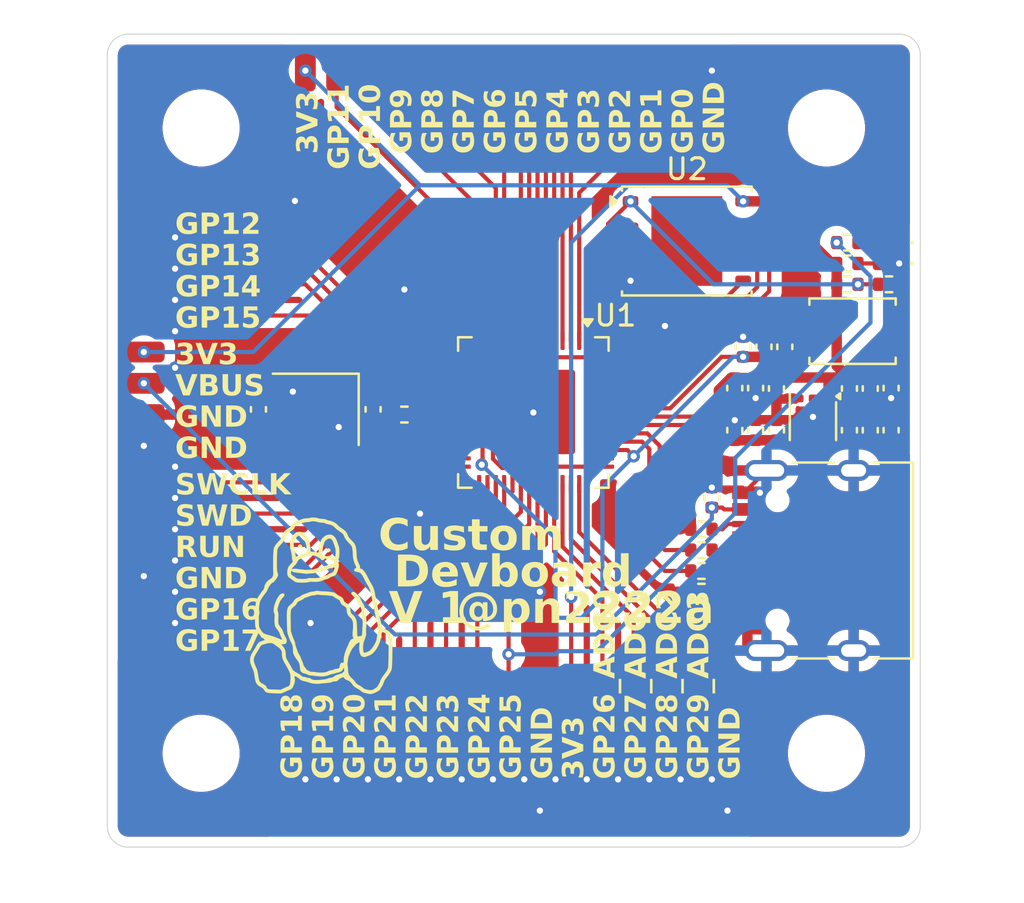
<source format=kicad_pcb>
(kicad_pcb (version 20241229) (generator "pcbnew") (generator_version "9.0")
  (layers (0 "F.Cu" signal) (2 "B.Cu" signal) (13 "F.Paste" user) (15 "B.Paste" user) (5 "F.SilkS" user "F.Silkscreen") (7 "B.SilkS" user "B.Silkscreen") (1 "F.Mask" user) (3 "B.Mask" user) (25 "Edge.Cuts" user))
  (net 0 "")
  (net 1 "GND")
  (net 2 "+3V3")
  (net 3 "+1V1")
  (net 4 "VBUS")
  (net 5 "XIN")
  (net 6 "Net-(C16-Pad2)")
  (net 7 "Net-(J1-CC1)")
  (net 8 "USB_D-")
  (net 9 "USB_D+")
  (net 10 "Net-(J1-CC2)")
  (net 11 "GPIO4")
  (net 12 "RUN")
  (net 13 "GPIO7")
  (net 14 "GPIO5")
  (net 15 "GPIO9")
  (net 16 "GPIO26_ADC0")
  (net 17 "GPIO6")
  (net 18 "GPIO3")
  (net 19 "GPIO2")
  (net 20 "GPIO28_ADC2")
  (net 21 "GPIO29_ADC3")
  (net 22 "GPIO8")
  (net 23 "GPIO0")
  (net 24 "GPIO1")
  (net 25 "GPIO27_ADC1")
  (net 26 "GPIO10")
  (net 27 "GPIO16")
  (net 28 "GPIO25")
  (net 29 "GPIO13")
  (net 30 "GPIO14")
  (net 31 "GPIO21")
  (net 32 "GPIO23")
  (net 33 "GPIO24")
  (net 34 "GPIO19")
  (net 35 "GPIO18")
  (net 36 "GPIO20")
  (net 37 "GPIO11")
  (net 38 "GPIO22")
  (net 39 "GPIO17")
  (net 40 "GPIO12")
  (net 41 "GPIO15")
  (net 42 "SWCLK")
  (net 43 "SWD")
  (net 44 "Net-(U1-USB_DP)")
  (net 45 "Net-(U1-USB_DM)")
  (net 46 "XOUT")
  (net 47 "Net-(R6-Pad1)")
  (net 48 "QSPI_SS")
  (net 49 "QSPI_SD2")
  (net 50 "QSPI_SD3")
  (net 51 "QSPI_SCLK")
  (net 52 "QSPI_SD0")
  (net 53 "QSPI_SD1")
  (net 54 "Net-(D1-A)")
  (net 58 "Net-(D2-A)")
  (footprint "Package_SON:WSON-8-1EP_6x5mm_P1.27mm_EP3.4x4.3mm" (layer "F.Cu") (at 73.55 55.675)
    (property "Reference" "U2")
    (property "Value" "W25Q128JVP")
  )
  (footprint "Capacitor_SMD:C_0402_1005Metric" (layer "F.Cu") (at 77.25 60.75 90)
    (property "Reference" "C11" (hide yes))
    (property "Value" "0.1uF")
  )
  (footprint "Connector_Wire:SolderWirePad_1x01_SMD_1x2mm" (layer "F.Cu") (at 47.5 67.25 -90)
    (property "Reference" "J42" (hide yes))
    (property "Value" "SWCLK")
  )
  (footprint "Connector_Wire:SolderWirePad_1x01_SMD_1x2mm" (layer "F.Cu") (at 63.5 83)
    (property "Reference" "J39" (hide yes))
    (property "Value" "Conn_01x01")
  )
  (footprint "Capacitor_SMD:C_0402_1005Metric" (layer "F.Cu") (at 74.75 67.98 90)
    (property "Reference" "C13" (hide yes))
    (property "Value" "10uF")
  )
  (footprint "Resistor_SMD:R_0402_1005Metric" (layer "F.Cu") (at 74.25 70.5 180)
    (property "Reference" "R3" (hide yes))
    (property "Value" "27")
  )
  (footprint "Resistor_SMD:R_0402_1005Metric" (layer "F.Cu") (at 74.25 71.5 180)
    (property "Reference" "R4" (hide yes))
    (property "Value" "27")
  )
  (footprint "Connector_Wire:SolderWirePad_1x01_SMD_1x2mm" (layer "F.Cu") (at 71.75 47.5 180)
    (property "Reference" "J13" (hide yes))
    (property "Value" "GPIO1")
  )
  (footprint "Connector_Wire:SolderWirePad_1x01_SMD_1x2mm" (layer "F.Cu") (at 67.25 47.5 180)
    (property "Reference" "J16" (hide yes))
    (property "Value" "GPIO4")
  )
  (footprint "Connector_Wire:SolderWirePad_1x01_SMD_1x2mm" (layer "F.Cu") (at 72.5 83)
    (property "Reference" "J9" (hide yes))
    (property "Value" "GPIO28_ADC2")
  )
  (footprint "Button_Switch_SMD:SW_Push_SPST_NO_Alps_SKRK" (layer "F.Cu") (at 81.5 60)
    (property "Reference" "SW1" (hide yes))
    (property "Value" "BOOT")
  )
  (footprint "MountingHole:MountingHole_3.2mm_M3" (layer "F.Cu") (at 50.25 80.25)
    (property "Reference" "REF**" (hide yes))
    (property "Value" "MountingHole_3.2mm_M3")
  )
  (footprint "Capacitor_SMD:C_0402_1005Metric" (layer "F.Cu") (at 77.85 62.75 -90)
    (property "Reference" "C1" (hide yes))
    (property "Value" "1uF")
  )
  (footprint "Connector_Wire:SolderWirePad_1x01_SMD_1x2mm" (layer "F.Cu") (at 68.75 47.5 180)
    (property "Reference" "J15" (hide yes))
    (property "Value" "GPIO3")
  )
  (footprint "Resistor_SMD:R_0402_1005Metric" (layer "F.Cu") (at 60 64)
    (property "Reference" "R5" (hide yes))
    (property "Value" "1K")
  )
  (footprint "Capacitor_SMD:C_0402_1005Metric" (layer "F.Cu") (at 76.25 60.75 90)
    (property "Reference" "C10" (hide yes))
    (property "Value" "1uF")
  )
  (footprint "Connector_Wire:SolderWirePad_1x01_SMD_1x2mm" (layer "F.Cu") (at 62 83)
    (property "Reference" "J38" (hide yes))
    (property "Value" "Conn_01x01")
  )
  (footprint "MountingHole:MountingHole_3.2mm_M3" (layer "F.Cu") (at 80.25 80.25)
    (property "Reference" "REF**" (hide yes))
    (property "Value" "MountingHole_3.2mm_M3")
  )
  (footprint "LED_SMD:LED_0402_1005Metric" (layer "F.Cu") (at 83.25 55.75 180)
    (property "Reference" "D2" (hide yes))
    (property "Value" "USR_LED")
  )
  (footprint "Connector_Wire:SolderWirePad_1x01_SMD_1x2mm" (layer "F.Cu") (at 47.5 56.25 -90)
    (property "Reference" "J26" (hide yes))
    (property "Value" "Conn_01x01")
  )
  (footprint "Connector_Wire:SolderWirePad_1x01_SMD_1x2mm" (layer "F.Cu") (at 74.75 47.5 180)
    (property "Reference" "J29" (hide yes))
    (property "Value" "Conn_01x01")
  )
  (footprint "Connector_Wire:SolderWirePad_1x01_SMD_1x2mm" (layer "F.Cu") (at 47.5 61 -90)
    (property "Reference" "J3" (hide yes))
    (property "Value" "3V3")
  )
  (footprint "Package_DFN_QFN:QFN-56-1EP_7x7mm_P0.4mm_EP3.2x3.2mm" (layer "F.Cu") (at 66.1875 63.9 -90)
    (property "Reference" "U1")
    (property "Value" "RP2040")
  )
  (footprint "Resistor_SMD:R_0402_1005Metric" (layer "F.Cu") (at 81.25 55.75)
    (property "Reference" "R9" (hide yes))
    (property "Value" "1K")
  )
  (footprint "Connector_Wire:SolderWirePad_1x01_SMD_1x2mm" (layer "F.Cu") (at 66.5 83)
    (property "Reference" "J35" (hide yes))
    (property "Value" "Conn_01x01")
  )
  (footprint "MountingHole:MountingHole_3.2mm_M3" (layer "F.Cu") (at 50.25 50.25)
    (property "Reference" "REF**" (hide yes))
    (property "Value" "MountingHole_3.2mm_M3")
  )
  (footprint "Resistor_SMD:R_0402_1005Metric" (layer "F.Cu") (at 83.25 57.75 180)
    (property "Reference" "R6" (hide yes))
    (property "Value" "1K")
  )
  (footprint "Capacitor_SMD:C_0402_1005Metric" (layer "F.Cu") (at 78.25 60.75 90)
    (property "Reference" "C12" (hide yes))
    (property "Value" "0.1uF")
  )
  (footprint "Capacitor_SMD:C_0402_1005Metric" (layer "F.Cu") (at 83.35 64.75 90)
    (property "Reference" "C2" (hide yes))
    (property "Value" "0.1uF")
  )
  (footprint "Connector_Wire:SolderWirePad_1x01_SMD_1x2mm" (layer "F.Cu") (at 56 83)
    (property "Reference" "J33" (hide yes))
    (property "Value" "Conn_01x01")
  )
  (footprint "LED_SMD:LED_0402_1005Metric" (layer "F.Cu") (at 83.25 56.75 180)
    (property "Reference" "D1" (hide yes))
    (property "Value" "PWR_LED")
  )
  (footprint "Capacitor_SMD:C_0402_1005Metric" (layer "F.Cu") (at 82.35 64.75 90)
    (property "Reference" "C8" (hide yes))
    (property "Value" "0.1uF")
  )
  (footprint "Connector_Wire:SolderWirePad_1x01_SMD_1x2mm" (layer "F.Cu") (at 64.25 47.5 180)
    (property "Reference" "J18" (hide yes))
    (property "Value" "GPIO6")
  )
  (footprint "Connector_Wire:SolderWirePad_1x01_SMD_1x2mm" (layer "F.Cu") (at 47.5 71.75 -90)
    (property "Reference" "J11" (hide yes))
    (property "Value" "GND")
  )
  (footprint "Resistor_SMD:R_0402_1005Metric" (layer "F.Cu") (at 74.25 72.5 180)
    (property "Reference" "R1" (hide yes))
    (property "Value" "5.1K")
  )
  (footprint "Resistor_SMD:R_0402_1005Metric" (layer "F.Cu") (at 81.25 56.75)
    (property "Reference" "R8" (hide yes))
    (property "Value" "1K")
  )
  (footprint "Connector_Wire:SolderWirePad_1x01_SMD_1x2mm" (layer "F.Cu") (at 47.5 59.25 -90)
    (property "Reference" "J28" (hide yes))
    (property "Value" "Conn_01x01")
  )
  (footprint "Connector_Wire:SolderWirePad_1x01_SMD_1x2mm" (layer "F.Cu") (at 55.25 47.5 180)
    (property "Reference" "J41" (hide yes))
    (property "Value" "Conn_01x01")
  )
  (footprint "Connector_Wire:SolderWirePad_1x01_SMD_1x2mm" (layer "F.Cu") (at 47.5 64 -90)
    (property "Reference" "J5" (hide yes))
    (property "Value" "GND")
  )
  (footprint "Connector_Wire:SolderWirePad_1x01_SMD_1x2mm" (layer "F.Cu") (at 73.25 47.5 180)
    (property "Reference" "J12" (hide yes))
    (property "Value" "GPIO0")
  )
  (footprint "MountingHole:MountingHole_3.2mm_M3" (layer "F.Cu") (at 80.25 50.25)
    (property "Reference" "REF**" (hide yes))
    (property "Value" "MountingHole_3.2mm_M3")
  )
  (footprint "Connector_Wire:SolderWirePad_1x01_SMD_1x2mm" (layer "F.Cu") (at 58.25 47.5 180)
    (property "Reference" "J23" (hide yes))
    (property "Value" "Conn_01x01")
  )
  (footprint "Connector_Wire:SolderWirePad_1x01_SMD_1x2mm" (layer "F.Cu") (at 47.5 57.75 -90)
    (property "Reference" "J27" (hide yes))
    (property "Value" "Conn_01x01")
  )
  (footprint "customimages:linuxpenguin" (layer "F.Cu") (at 55.75 73.5)
    (property "Reference" "G***" (hide yes))
    (property "Value" "LOGO" (hide yes))
  )
  (footprint "Package_SON:WSON-6-1EP_2x2mm_P0.65mm_EP1x1.6mm" (layer "F.Cu") (at 79.6 64.1125 -90)
    (property "Reference" "U3" (hide yes))
    (property "Value" "TLV75733PDRV")
  )
  (footprint "Connector_Wire:SolderWirePad_1x01_SMD_1x2mm" (layer "F.Cu") (at 74 83)
    (property "Reference" "J10" (hide yes))
    (property "Value" "GPIO29_ADC3")
  )
  (footprint "Connector_Wire:SolderWirePad_1x01_SMD_1x2mm" (layer "F.Cu") (at 57.5 83)
    (property "Reference" "J34" (hide yes))
    (property "Value" "Conn_01x01")
  )
  (footprint "Capacitor_SMD:C_0402_1005Metric" (layer "F.Cu") (at 81.35 64.75 90)
    (property "Reference" "C9" (hide yes))
    (property "Value" "0.1uF")
  )
  (footprint "Connector_Wire:SolderWirePad_1x01_SMD_1x2mm" (layer "F.Cu") (at 65 83)
    (property "Reference" "J40" (hide yes))
    (property "Value" "Conn_01x01")
  )
  (footprint "Capacitor_SMD:C_0402_1005Metric" (layer "F.Cu") (at 75.85 62.73 -90)
    (property "Reference" "C5" (hide yes))
    (property "Value" "0.1uF")
  )
  (footprint "Connector_USB:USB_C_Receptacle_HRO_TYPE-C-31-M-12" (layer "F.Cu") (at 80.5 71 90)
    (property "Reference" "J1" (hide yes))
    (property "Value" "USB_C_Receptacle_USB2.0_14P")
  )
  (footprint "Connector_Wire:SolderWirePad_1x01_SMD_1x2mm" (layer "F.Cu") (at 47.5 73.25 -90)
    (property "Reference" "J30" (hide yes))
    (property "Value" "Conn_01x01")
  )
  (footprint "Capacitor_SMD:C_0402_1005Metric" (layer "F.Cu") (at 77.85 64.75 90)
    (property "Reference" "C17" (hide yes))
    (property "Value" "0.1uF")
  )
  (footprint "Capacitor_SMD:C_0402_1005Metric" (layer "F.Cu") (at 58.5 63.75 90)
    (property "Reference" "C16" (hide yes))
    (property "Value" "33pF")
  )
  (footprint "Connector_Wire:SolderWirePad_1x01_SMD_1x2mm" (layer "F.Cu") (at 65.75 47.5 180)
    (property "Reference" "J17" (hide yes))
    (property "Value" "GPIO5")
  )
  (footprint "Capacitor_SMD:C_0402_1005Metric" (layer "F.Cu") (at 76.85 62.73 -90)
    (property "Reference" "C4" (hide yes))
    (property "Value" "0.1uF")
  )
  (footprint "Connector_Wire:SolderWirePad_1x01_SMD_1x2mm" (layer "F.Cu") (at 68 83)
    (property "Reference" "J22" (hide yes))
    (property "Value" "Conn_01x01")
  )
  (footprint "Connector_Wire:SolderWirePad_1x01_SMD_1x2mm" (layer "F.Cu") (at 59 83)
    (property "Reference" "J36" (hide yes))
    (property "Value" "Conn_01x01")
  )
  (footprint "Connector_Wire:SolderWirePad_1x01_SMD_1x2mm" (layer "F.Cu") (at 60.5 83)
    (property "Reference" "J37" (hide yes))
    (property "Value" "Conn_01x01")
  )
  (footprint "Connector_Wire:SolderWirePad_1x01_SMD_1x2mm" (layer "F.Cu") (at 69.5 83)
    (property "Reference" "J7" (hide yes))
    (property "Value" "GPIO26_ADC0")
  )
  (footprint "Connector_Wire:SolderWirePad_1x01_SMD_1x2mm" (layer "F.Cu") (at 47.5 70.25 -90)
    (property "Reference" "J2" (hide yes))
    (property "Value" "RUN")
  )
  (footprint "Connector_Wire:SolderWirePad_1x01_SMD_1x2mm" (layer "F.Cu") (at 47.5 65.5 -90)
    (property "Reference" "J6" (hide yes))
    (property "Value" "GND")
  )
  (footprint "Connector_Wire:SolderWirePad_1x01_SMD_1x2mm" (layer "F.Cu") (at 71 83)
    (property "Reference" "J8" (hide yes))
    (property "Value" "GPIO27_ADC1")
  )
  (footprint "Resistor_SMD:R_0402_1005Metric" (layer "F.Cu") (at 74.25 69.5)
    (property "Reference" "R2" (hide yes))
    (property "Value" "5.1K")
  )
  (footprint "Capacitor_SMD:C_0402_1005Metric" (layer "F.Cu") (at 75.85 64.75 90)
    (property "Reference" "C14" (hide yes))
    (property "Value" "1uF")
  )
  (footprint "Crystal:Crystal_SMD_3225-4Pin_3.2x2.5mm" (layer "F.Cu") (at 55.75 63.75 180)
    (property "Reference" "Y1" (hide yes))
    (property "Value" "12 MHz")
  )
  (footprint "Resistor_SMD:R_0402_1005Metric" (layer "F.Cu") (at 81.25 57.75 180)
    (property "Reference" "R7" (hide yes))
    (property "Value" "10K")
  )
  (footprint "Connector_Wire:SolderWirePad_1x01_SMD_1x2mm" (layer "F.Cu") (at 47.5 74.75 -90)
    (property "Reference" "J31" (hide yes))
    (property "Value" "Conn_01x01")
  )
  (footprint "Connector_Wire:SolderWirePad_1x01_SMD_1x2mm" (layer "F.Cu") (at 70.25 47.5 180)
    (property "Reference" "J14" (hide yes))
    (property "Value" "GPIO2")
  )
  (footprint "Connector_Wire:SolderWirePad_1x01_SMD_1x2mm" (layer "F.Cu") (at 75.5 83)
    (property "Reference" "J43" (hide yes))
    (property "Value" "GND")
  )
  (footprint "Connector_Wire:SolderWirePad_1x01_SMD_1x2mm" (layer "F.Cu") (at 61.25 47.5 180)
    (property "Reference" "J20" (hide yes))
    (property "Value" "GPIO8")
  )
  (footprint "Connector_Wire:SolderWirePad_1x01_SMD_1x2mm" (layer "F.Cu") (at 47.5 62.5 -90)
    (property "Reference" "J4" (hide yes))
    (property "Value" "VBUS")
  )
  (footprint "Capacitor_SMD:C_0402_1005Metric" (layer "F.Cu") (at 82.35 62.75 -90)
    (property "Reference" "C3" (hide yes))
    (property "Value" "0.1uF")
  )
  (footprint "Capacitor_SMD:C_0402_1005Metric" (layer "F.Cu") (at 76.85 64.75 90)
    (property "Reference" "C18" (hide yes))
    (property "Value" "10uF")
  )
  (footprint "Connector_Wire:SolderWirePad_1x01_SMD_1x2mm" (layer "F.Cu") (at 56.75 47.5 180)
    (property "Reference" "J24" (hide yes))
    (property "Value" "Conn_01x01")
  )
  (footprint "Connector_Wire:SolderWirePad_1x01_SMD_1x2mm" (layer "F.Cu") (at 47.5 68.75 -90)
    (property "Reference" "J44" (hide yes))
    (property "Value" "SWD")
  )
  (footprint "Connector_Wire:SolderWirePad_1x01_SMD_1x2mm" (layer "F.Cu") (at 62.75 47.5 180)
    (property "Reference" "J19" (hide yes))
    (property "Value" "GPIO7")
  )
  (footprint "Capacitor_SMD:C_0402_1005Metric" (layer "F.Cu") (at 53 63.75 -90)
    (property "Reference" "C15" (hide yes))
    (property "Value" "33pF")
  )
  (footprint "Connector_Wire:SolderWirePad_1x01_SMD_1x2mm" (layer "F.Cu") (at 47.5 54.75 -90)
    (property "Reference" "J25" (hide yes))
    (property "Value" "Conn_01x01")
  )
  (footprint "Capacitor_SMD:C_0402_1005Metric" (layer "F.Cu") (at 81.35 62.75 -90)
    (property "Reference" "C6" (hide yes))
    (property "Value" "0.1uF")
  )
  (footprint "Capacitor_SMD:C_0402_1005Metric" (layer "F.Cu") (at 83.35 62.73 -90)
    (property "Reference" "C7" (hide yes))
    (property "Value" "0.1uF")
  )
  (footprint "Connector_Wire:SolderWirePad_1x01_SMD_1x2mm" (layer "F.Cu") (at 59.75 47.5 180)
    (property "Reference" "J21" (hide yes))
    (property "Value" "GPIO9")
  )
  (footprint "Connector_Wire:SolderWirePad_1x01_SMD_1x2mm" (layer "F.Cu") (at 54.5 83)
    (property "Reference" "J32" (hide yes))
    (property "Value" "Conn_01x01")
  )
  (gr_arc (start 84.75 83.75) (mid 84.457107 84.457107) (end 83.75 84.75) (stroke (width 0.05)) (layer "Edge.Cuts"))
  (gr_line (start 84.75 46.75) (end 84.75 83.75) (stroke (width 0.05)) (layer "Edge.Cuts"))
  (gr_line (start 46.75 45.75) (end 83.75 45.75) (stroke (width 0.05)) (layer "Edge.Cuts"))
  (gr_arc (start 45.75 46.75) (mid 46.042893 46.042893) (end 46.75 45.75) (stroke (width 0.05)) (layer "Edge.Cuts"))
  (gr_arc (start 83.75 45.75) (mid 84.457107 46.042893) (end 84.75 46.75) (stroke (width 0.05)) (layer "Edge.Cuts"))
  (gr_line (start 83.75 84.75) (end 46.75 84.75) (stroke (width 0.05)) (layer "Edge.Cuts"))
  (gr_line (start 45.75 83.75) (end 45.75 46.75) (stroke (width 0.05)) (layer "Edge.Cuts"))
  (gr_arc (start 46.75 84.75) (mid 46.042893 84.457107) (end 45.75 83.75) (stroke (width 0.05)) (layer "Edge.Cuts"))
  (gr_text "GP1" (at 72.5 51.5 90) (layer "F.SilkS") (effects (font (size 1 1) (thickness 0.2) (bold yes)) (justify left bottom)))
  (gr_text "GP5" (at 66.5 51.5 90) (layer "F.SilkS") (effects (font (size 1 1) (thickness 0.2) (bold yes)) (justify left bottom)))
  (gr_text "3V3" (at 56 51.5 90) (layer "F.SilkS") (effects (font (size 1 1) (thickness 0.2) (bold yes)) (justify left bottom)))
  (gr_text "VBUS" (at 49 63.25 0) (layer "F.SilkS") (effects (font (size 1 1) (thickness 0.2) (bold yes)) (justify left bottom)))
  (gr_text "GP23" (at 62.75 81.5 90) (layer "F.SilkS") (effects (font (size 1 1) (thickness 0.2) (bold yes)) (justify left bottom)))
  (gr_text "GP6" (at 65 51.5 90) (layer "F.SilkS") (effects (font (size 1 1) (thickness 0.2) (bold yes)) (justify left bottom)))
  (gr_text "GND" (at 76.25 81.5 90) (layer "F.SilkS") (effects (font (size 1 1) (thickness 0.2) (bold yes)) (justify left bottom)))
  (gr_text "GP8" (at 62 51.5 90) (layer "F.SilkS") (effects (font (size 1 1) (thickness 0.2) (bold yes)) (justify left bottom)))
  (gr_text "3V3" (at 49 61.75 0) (layer "F.SilkS") (effects (font (size 1 1) (thickness 0.2) (bold yes)) (justify left bottom)))
  (gr_text "GP12" (at 49 55.5 0) (layer "F.SilkS") (effects (font (size 1 1) (thickness 0.2) (bold yes)) (justify left bottom)))
  (gr_text "GP26_ADC0" (at 70.25 81.5 90) (layer "F.SilkS") (effects (font (size 1 1) (thickness 0.2) (bold yes)) (justify left bottom)))
  (gr_text "GP15" (at 49 60 0) (layer "F.SilkS") (effects (font (size 1 1) (thickness 0.2) (bold yes)) (justify left bottom)))
  (gr_text "GND" (at 49 64.75 0) (layer "F.SilkS") (effects (font (size 1 1) (thickness 0.2) (bold yes)) (justify left bottom)))
  (gr_text "GP29_ADC3" (at 74.75 81.5 90) (layer "F.SilkS") (effects (font (size 1 1) (thickness 0.2) (bold yes)) (justify left bottom)))
  (gr_text "GP22" (at 61.25 81.5 90) (layer "F.SilkS") (effects (font (size 1 1) (thickness 0.2) (bold yes)) (justify left bottom)))
  (gr_text "GP28_ADC2" (at 73.25 81.5 90) (layer "F.SilkS") (effects (font (size 1 1) (thickness 0.2) (bold yes)) (justify left bottom)))
  (gr_text "GP13" (at 49 57 0) (layer "F.SilkS") (effects (font (size 1 1) (thickness 0.2) (bold yes)) (justify left bottom)))
  (gr_text "GP7" (at 63.5 51.5 90) (layer "F.SilkS") (effects (font (size 1 1) (thickness 0.2) (bold yes)) (justify left bottom)))
  (gr_text "GP19" (at 56.75 81.5 90) (layer "F.SilkS") (effects (font (size 1 1) (thickness 0.2) (bold yes)) (justify left bottom)))
  (gr_text "GP4" (at 68 51.5 90) (layer "F.SilkS") (effects (font (size 1 1) (thickness 0.2) (bold yes)) (justify left bottom)))
  (gr_text "SWD" (at 49 69.5 0) (layer "F.SilkS") (effects (font (size 1 1) (thickness 0.2) (bold yes)) (justify left bottom)))
  (gr_text "GND" (at 49 72.5 0) (layer "F.SilkS") (effects (font (size 1 1) (thickness 0.2) (bold yes)) (justify left bottom)))
  (gr_text "GND" (at 75.5 51.5 90) (layer "F.SilkS") (effects (font (size 1 1) (thickness 0.2) (bold yes)) (justify left bottom)))
  (gr_text "GP25" (at 65.75 81.5 90) (layer "F.SilkS") (effects (font (size 1 1) (thickness 0.2) (bold yes)) (justify left bottom)))
  (gr_text "RUN" (at 49 71 0) (layer "F.SilkS") (effects (font (size 1 1) (thickness 0.2) (bold yes)) (justify left bottom)))
  (gr_text "3V3" (at 68.75 81.5 90) (layer "F.SilkS") (effects (font (size 1 1) (thickness 0.2) (bold yes)) (justify left bottom)))
  (gr_text "GP18" (at 55.25 81.5 90) (layer "F.SilkS") (effects (font (size 1 1) (thickness 0.2) (bold yes)) (justify left bottom)))
  (gr_text "SWCLK" (at 49 68 0) (layer "F.SilkS") (effects (font (size 1 1) (thickness 0.2) (bold yes)) (justify left bottom)))
  (gr_text "@pn2222a" (at 62.5 74.25 0) (layer "F.SilkS") (effects (font (size 1.5 1.5) (thickness 0.3) (bold yes)) (justify left bottom)))
  (gr_text "GP27_ADC1" (at 71.75 81.5 90) (layer "F.SilkS") (effects (font (size 1 1) (thickness 0.2) (bold yes)) (justify left bottom)))
  (gr_text "GP24" (at 64.25 81.5 90) (layer "F.SilkS") (effects (font (size 1 1) (thickness 0.2) (bold yes)) (justify left bottom)))
  (gr_text "GND" (at 67.25 81.5 90) (layer "F.SilkS") (effects (font (size 1 1) (thickness 0.2) (bold yes)) (justify left bottom)))
  (gr_text "GP16" (at 49 74 0) (layer "F.SilkS") (effects (font (size 1 1) (thickness 0.2) (bold yes)) (justify left bottom)))
  (gr_text "GP17" (at 49 75.5 0) (layer "F.SilkS") (effects (font (size 1 1) (thickness 0.2) (bold yes)) (justify left bottom)))
  (gr_text "GP3" (at 69.5 51.5 90) (layer "F.SilkS") (effects (font (size 1 1) (thickness 0.2) (bold yes)) (justify left bottom)))
  (gr_text "GP21" (at 59.75 81.5 90) (layer "F.SilkS") (effects (font (size 1 1) (thickness 0.2) (bold yes)) (justify left bottom)))
  (gr_text "GP20" (at 58.25 81.5 90) (layer "F.SilkS") (effects (font (size 1 1) (thickness 0.2) (bold yes)) (justify left bottom)))
  (gr_text "Custom" (at 58.75 70.75 0) (layer "F.SilkS") (effects (font (size 1.5 1.5) (thickness 0.2) (bold yes)) (justify left bottom)))
  (gr_text "GP11" (at 57.5 52.25 90) (layer "F.SilkS") (effects (font (size 1 1) (thickness 0.2) (bold yes)) (justify left bottom)))
  (gr_text "GP2" (at 71 51.5 90) (layer "F.SilkS") (effects (font (size 1 1) (thickness 0.2) (bold yes)) (justify left bottom)))
  (gr_text "V 1" (at 59.25 74.25 0) (layer "F.SilkS") (effects (font (size 1.5 1.5) (thickness 0.3) (bold yes)) (justify left bottom)))
  (gr_text "GP9" (at 60.5 51.5 90) (layer "F.SilkS") (effects (font (size 1 1) (thickness 0.2) (bold yes)) (justify left bottom)))
  (gr_text "GP14" (at 49 58.5 0) (layer "F.SilkS") (effects (font (size 1 1) (thickness 0.2) (bold yes)) (justify left bottom)))
  (gr_text "GP10" (at 59 52.25 90) (layer "F.SilkS") (effects (font (size 1 1) (thickness 0.2) (bold yes)) (justify left bottom)))
  (gr_text "GP0" (at 74 51.5 90) (layer "F.SilkS") (effects (font (size 1 1) (thickness 0.2) (bold yes)) (justify left bottom)))
  (gr_text "Devboard" (at 59.5 72.5 0) (layer "F.SilkS") (effects (font (size 1.5 1.5) (thickness 0.2) (bold yes)) (justify left bottom)))
  (gr_text "GND" (at 49 66.25 0) (layer "F.SilkS") (effects (font (size 1 1) (thickness 0.2) (bold yes)) (justify left bottom)))
  (segment (start 79.4 60) (end 78.52 60) (width 0.2) (layer "F.Cu") (net 1))
  (segment (start 78.52 60) (end 78.25 60.27) (width 0.2) (layer "F.Cu") (net 1))
  (segment (start 79.4 60) (end 79.4 58.65) (width 0.2) (layer "F.Cu") (net 1))
  (segment (start 73.74 67.26) (end 73.74 69.5) (width 0.2) (layer "F.Cu") (net 1))
  (segment (start 74.75 67.5) (end 76.205 67.5) (width 0.2) (layer "F.Cu") (net 1))
  (segment (start 79.4 58.65) (end 79.25 58.5) (width 0.2) (layer "F.Cu") (net 1))
  (segment (start 77.3 66.75) (end 74.25 66.75) (width 0.2) (layer "F.Cu") (net 1))
  (segment (start 77.25 59.5) (end 77.25 60.27) (width 0.2) (layer "F.Cu") (net 1))
  (segment (start 76.455 67.595) (end 77.37 66.68) (width 0.2) (layer "F.Cu") (net 1))
  (segment (start 79.25 58.5) (end 78.25 58.5) (width 0.2) (layer "F.Cu") (net 1))
  (segment (start 76.455 67.75) (end 76.455 67.595) (width 0.2) (layer "F.Cu") (net 1))
  (segment (start 58.13 64.6) (end 58.5 64.23) (width 0.2) (layer "F.Cu") (net 1))
  (segment (start 65.1875 62.9) (end 66.1875 63.9) (width 0.2) (layer "F.Cu") (net 1))
  (segment (start 62.75 62.9) (end 65.1875 62.9) (width 0.2) (layer "F.Cu") (net 1))
  (segment (start 77.37 66.68) (end 77.3 66.75) (width 0.2) (layer "F.Cu") (net 1))
  (segment (start 76.205 67.5) (end 76.455 67.75) (width 0.2) (layer "F.Cu") (net 1))
  (segment (start 74.25 66.75) (end 73.74 67.26) (width 0.2) (layer "F.Cu") (net 1))
  (segment (start 78.25 58.5) (end 77.25 59.5) (width 0.2) (layer "F.Cu") (net 1))
  (segment (start 56.85 64.6) (end 58.13 64.6) (width 0.2) (layer "F.Cu") (net 1))
  (via (at 70.85 57.58) (size 0.6) (drill 0.3) (layers "F.Cu" "B.Cu") (net 1))
  (via (at 64.25 81.5) (size 0.6) (drill 0.3) (layers "F.Cu" "B.Cu") (net 1))
  (via (at 74.75 47.5) (size 0.6) (drill 0.3) (layers "F.Cu" "B.Cu") (net 1))
  (via (at 67.25 81.5) (size 0.6) (drill 0.3) (layers "F.Cu" "B.Cu") (net 1))
  (via (at 49 61.75) (size 0.6) (drill 0.3) (layers "F.Cu" "B.Cu") (net 1))
  (via (at 47.5 65.5) (size 0.6) (drill 0.3) (layers "F.Cu" "B.Cu") (net 1))
  (via (at 47.5 71.75) (size 0.6) (drill 0.3) (layers "F.Cu" "B.Cu") (net 1))
  (via (at 49 72.5) (size 0.6) (drill 0.3) (layers "F.Cu" "B.Cu") (net 1))
  (via (at 66.5 72.5) (size 0.6) (drill 0.3) (layers "F.Cu" "B.Cu") (net 1))
  (via (at 61.25 81.5) (size 0.6) (drill 0.3) (layers "F.Cu" "B.Cu") (net 1))
  (via (at 60.75 68.75) (size 0.6) (drill 0.3) (layers "F.Cu" "B.Cu") (net 1))
  (via (at 49 57) (size 0.6) (drill 0.3) (layers "F.Cu" "B.Cu") (net 1))
  (via (at 73.25 81.5) (size 0.6) (drill 0.3) (layers "F.Cu" "B.Cu") (net 1))
  (via (at 72.5 59.75) (size 0.6) (drill 0.3) (layers "F.Cu" "B.Cu") (net 1))
  (via (at 74.75 81.5) (size 0.6) (drill 0.3) (layers "F.Cu" "B.Cu") (net 1))
  (via (at 54.65 62.9) (size 0.6) (drill 0.3) (layers "F.Cu" "B.Cu") (net 1))
  (via (at 71.75 81.5) (size 0.6) (drill 0.3) (layers "F.Cu" "B.Cu") (net 1))
  (via (at 77.055 67.75) (size 0.6) (drill 0.3) (layers "F.Cu" "B.Cu") (net 1))
  (via (at 55.5 74) (size 0.6) (drill 0.3) (layers "F.Cu" "B.Cu") (net 1))
  (via (at 49 71) (size 0.6) (drill 0.3) (layers "F.Cu" "B.Cu") (net 1))
  (via (at 49 58.5) (size 0.6) (drill 0.3) (layers "F.Cu" "B.Cu") (net 1))
  (via (at 49 60) (size 0.6) (drill 0.3) (layers "F.Cu" "B.Cu") (net 1))
  (via (at 74.75 67.5) (size 0.6) (drill 0.3) (layers "F.Cu" "B.Cu") (net 1))
  (via (at 54.75 53.75) (size 0.6) (drill 0.3) (layers "F.Cu" "B.Cu") (net 1))
  (via (at 83.35 63.21) (size 0.6) (drill 0.3) (layers "F.Cu" "B.Cu") (net 1))
  (via (at 66.1875 63.9) (size 0.6) (drill 0.3) (layers "F.Cu" "B.Cu") (net 1))
  (via (at 49 74) (size 0.6) (drill 0.3) (layers "F.Cu" "B.Cu") (net 1))
  (via (at 83.735 56.75) (size 0.6) (drill 0.3) (layers "F.Cu" "B.Cu") (net 1))
  (via (at 79.6 64.1125) (size 0.6) (drill 0.3) (layers "F.Cu" "B.Cu") (net 1))
  (via (at 65.75 81.5) (size 0.6) (drill 0.3) (layers "F.Cu" "B.Cu") (net 1))
  (via (at 55.25 81.5) (size 0.6) (drill 0.3) (layers "F.Cu" "B.Cu") (net 1))
  (via (at 68.75 81.5) (size 0.6) (drill 0.3) (layers "F.Cu" "B.Cu") (net 1))
  (via (at 49 55.5) (size 0.6) (drill 0.3) (layers "F.Cu" "B.Cu") (net 1))
  (via (at 56.85 64.6) (size 0.6) (drill 0.3) (layers "F.Cu" "B.Cu") (net 1))
  (via (at 49 69.5) (size 0.6) (drill 0.3) (layers "F.Cu" "B.Cu") (net 1))
  (via (at 70.25 81.5) (size 0.6) (drill 0.3) (layers "F.Cu" "B.Cu") (net 1))
  (via (at 75.5 83) (size 0.6) (drill 0.3) (layers "F.Cu" "B.Cu") (net 1))
  (via (at 66.5 83) (size 0.6) (drill 0.3) (layers "F.Cu" "B.Cu") (net 1))
  (via (at 56.75 81.5) (size 0.6) (drill 0.3) (layers "F.Cu" "B.Cu") (net 1))
  (via (at 76.25 60.27) (size 0.6) (drill 0.3) (layers "F.Cu" "B.Cu") (net 1))
  (via (at 75.85 64.27) (size 0.6) (drill 0.3) (layers "F.Cu" "B.Cu") (net 1))
  (via (at 76.85 63.21) (size 0.6) (drill 0.3) (layers "F.Cu" "B.Cu") (net 1))
  (via (at 60 58) (size 0.6) (drill 0.3) (layers "F.Cu" "B.Cu") (net 1))
  (via (at 59.75 81.5) (size 0.6) (drill 0.3) (layers "F.Cu" "B.Cu") (net 1))
  (via (at 62.75 81.5) (size 0.6) (drill 0.3) (layers "F.Cu" "B.Cu") (net 1))
  (via (at 49 66.5) (size 0.6) (drill 0.3) (layers "F.Cu" "B.Cu") (net 1))
  (via (at 49 68) (size 0.6) (drill 0.3) (layers "F.Cu" "B.Cu") (net 1))
  (via (at 58.25 81.5) (size 0.6) (drill 0.3) (layers "F.Cu" "B.Cu") (net 1))
  (segment (start 75.5 83) (end 74.899 83.601) (width 0.2) (layer "B.Cu") (net 1))
  (segment (start 74.899 83.601) (end 67.101 83.601) (width 0.2) (layer "B.Cu") (net 1))
  (segment (start 67.101 83.601) (end 66.5 83) (width 0.2) (layer "B.Cu") (net 1))
  (segment (start 69 64.5) (end 68.7875 64.2875) (width 0.2) (layer "F.Cu") (net 2))
  (segment (start 75.85 65.23) (end 75.540001 65.23) (width 0.5) (layer "F.Cu") (net 2))
  (segment (start 65.375 61.25) (end 68.7875 61.25) (width 0.2) (layer "F.Cu") (net 2))
  (segment (start 80.25 63.225) (end 80.25 62.224) (width 0.3) (layer "F.Cu") (net 2))
  (segment (start 65.1875 60.4625) (end 65.1875 61.0625) (width 0.2) (layer "F.Cu") (net 2))
  (segment (start 75.089 62.821318) (end 75.660318 62.25) (width 0.5) (layer "F.Cu") (net 2))
  (segment (start 81.35 62.27) (end 83.33 62.27) (width 0.5) (layer "F.Cu") (net 2))
  (segment (start 68.926 64.101) (end 69.625 64.101) (width 0.2) (layer "F.Cu") (net 2))
  (segment (start 62.75 64.1) (end 63.85 64.1) (width 0.2) (layer "F.Cu") (net 2))
  (segment (start 63.85 64.1) (end 64.25 64.5) (width 0.2) (layer "F.Cu") (net 2))
  (segment (start 80.74 57.75) (end 80.74 61.66) (width 0.5) (layer "F.Cu") (net 2))
  (segment (start 75.85 65.23) (end 77.85 65.23) (width 0.5) (layer "F.Cu") (net 2))
  (segment (start 74.810001 64.5) (end 75.089 64.778999) (width 0.2) (layer "F.Cu") (net 2))
  (segment (start 83.98 65.23) (end 83.35 65.23) (width 0.2) (layer "F.Cu") (net 2))
  (segment (start 84 65.21) (end 83.98 65.23) (width 0.2) (layer "F.Cu") (net 2))
  (segment (start 68.7875 64.2875) (end 68.7875 63.9625) (width 0.2) (layer "F.Cu") (net 2))
  (segment (start 80.74 56.75) (end 80.5 56.75) (width 0.2) (layer "F.Cu") (net 2))
  (segment (start 80.74 57.75) (end 80.74 56.75) (width 0.5) (layer "F.Cu") (net 2))
  (segment (start 77.83 62.25) (end 77.85 62.27) (width 0.5) (layer "F.Cu") (net 2))
  (segment (start 81.304 62.224) (end 81.35 62.27) (width 0.5) (layer "F.Cu") (net 2))
  (segment (start 68.7875 66.1) (end 69.625 66.1) (width 0.2) (layer "F.Cu") (net 2))
  (segment (start 68 83) (end 68 72.75) (width 0.2) (layer "F.Cu") (net 2))
  (segment (start 83.33 62.27) (end 83.35 62.25) (width 0.5) (layer "F.Cu") (net 2))
  (segment (start 68.7875 66.0375) (end 68.7875 64.2875) (width 0.2) (layer "F.Cu") (net 2))
  (segment (start 64.25 66.125) (end 64.6875 66.5625) (width 0.2) (layer "F.Cu") (net 2))
  (segment (start 83.35 62.25) (end 84 62.25) (width 0.2) (layer "F.Cu") (net 2))
  (segment (start 69.625 64.5) (end 74.810001 64.5) (width 0.2) (layer "F.Cu") (net 2))
  (segment (start 65.1875 66.5625) (end 65.25 66.5) (width 0.2) (layer "F.Cu") (net 2))
  (segment (start 74.939 64.1) (end 69.625 64.1) (width 0.2) (layer "F.Cu") (net 2))
  (segment (start 80.5 56.75) (end 77.52 53.77) (width 0.5) (layer "F.Cu") (net 2))
  (segment (start 80.74 61.66) (end 81.35 62.27) (width 0.5) (layer "F.Cu") (net 2))
  (segment (start 64.25 64.5) (end 64.25 66.125) (width 0.2) (layer "F.Cu") (net 2))
  (segment (start 65.1875 67.3375) (end 65.1875 66.5625) (width 0.2) (layer "F.Cu") (net 2))
  (segment (start 80.25 62.224) (end 81.304 62.224) (width 0.5) (layer "F.Cu") (net 2))
  (segment (start 75.660318 62.25) (end 75.85 62.25) (width 0.5) (layer "F.Cu") (net 2))
  (segment (start 75.089 64.25) (end 75.089 62.821318) (width 0.5) (layer "F.Cu") (net 2))
  (segment (start 75.089 64.25) (end 74.939 64.1) (width 0.2) (layer "F.Cu") (net 2))
  (segment (start 68.7875 66.5) (end 68.7875 66.0375) (width 0.2) (layer "F.Cu") (net 2))
  (segment (start 64.6875 66.5625) (end 65.1875 66.5625) (width 0.2) (layer "F.Cu") (net 2))
  (segment (start 81.35 65.23) (end 83.35 65.23) (width 0.5) (layer "F.Cu") (net 2))
  (segment (start 65.25 66.5) (end 68.7875 66.5) (width 0.2) (layer "F.Cu") (net 2))
  (segment (start 69.625 64.5) (end 69 64.5) (width 0.2) (layer "F.Cu") (net 2))
  (segment (start 77.85 62.27) (end 77.896 62.224) (width 0.5) (layer "F.Cu") (net 2))
  (segment (start 84 62.25) (end 84 65.21) (width 0.2) (layer "F.Cu") (net 2))
  (segment (start 77.896 62.224) (end 80.25 62.224) (width 0.5) (layer "F.Cu") (net 2))
  (segment (start 68.7875 67.3375) (end 68.7875 66.5) (width 0.2) (layer "F.Cu") (net 2))
  (segment (start 75.85 62.25) (end 77.83 62.25) (width 0.5) (layer "F.Cu") (net 2))
  (segment (start 75.540001 65.23) (end 75.089 64.778999) (width 0.5) (layer "F.Cu") (net 2))
  (segment (start 75.089 64.778999) (end 75.089 64.25) (width 0.5) (layer "F.Cu") (net 2))
  (segment (start 68.7875 60.4625) (end 68.7875 61.25) (width 0.2) (layer "F.Cu") (net 2))
  (segment (start 65.1875 61.0625) (end 65.375 61.25) (width 0.2) (layer "F.Cu") (net 2))
  (segment (start 68.7875 63.9625) (end 68.926 64.101) (width 0.2) (layer "F.Cu") (net 2))
  (segment (start 77.52 53.77) (end 76.25 53.77) (width 0.5) (layer "F.Cu") (net 2))
  (segment (start 69.625 66.5) (end 68.7875 66.5) (width 0.2) (layer "F.Cu") (net 2))
  (segment (start 68.7875 61.25) (end 68.7875 63.9625) (width 0.2) (layer "F.Cu") (net 2))
  (via (at 76.25 53.77) (size 0.6) (drill 0.3) (layers "F.Cu" "B.Cu") (net 2))
  (via (at 68 72.75) (size 0.6) (drill 0.3) (layers "F.Cu" "B.Cu") (net 2))
  (via (at 55.25 47.5) (size 0.6) (drill 0.3) (layers "F.Cu" "B.Cu") (net 2))
  (via (at 47.5 61) (size 0.6) (drill 0.3) (layers "F.Cu" "B.Cu") (net 2))
  (segment (start 70.75 53) (end 60.75 53) (width 0.2) (layer "B.Cu") (net 2))
  (segment (start 47.5 61) (end 52.75 61) (width 0.2) (layer "B.Cu") (net 2))
  (segment (start 76.25 53.77) (end 75.48 53) (width 0.2) (layer "B.Cu") (net 2))
  (segment (start 52.75 61) (end 60.75 53) (width 0.2) (layer "B.Cu") (net 2))
  (segment (start 68 55.75) (end 70.75 53) (width 0.2) (layer "B.Cu") (net 2))
  (segment (start 75.48 53) (end 70.75 53) (width 0.2) (layer "B.Cu") (net 2))
  (segment (start 68 72.75) (end 68 55.75) (width 0.2) (layer "B.Cu") (net 2))
  (segment (start 60.75 53) (end 55.25 47.5) (width 0.2) (layer "B.Cu") (net 2))
  (segment (start 70.7 65.7) (end 71 66) (width 0.2) (layer "F.Cu") (net 3))
  (segment (start 62.75 64.5) (end 63.5 64.5) (width 0.2) (layer "F.Cu") (net 3))
  (segment (start 75.219 61.23) (end 72.749 63.7) (width 0.2) (layer "F.Cu") (net 3))
  (segment (start 69.625 65.7) (end 70.7 65.7) (width 0.2) (layer "F.Cu") (net 3))
  (segment (start 72.749 63.7) (end 69.625 63.7) (width 0.2) (layer "F.Cu") (net 3))
  (segment (start 63.75 66.366321) (end 63.711524 66.404797) (width 0.2) (layer "F.Cu") (net 3))
  (segment (start 76.25 61.23) (end 78.25 61.23) (width 0.5) (layer "F.Cu") (net 3))
  (segment (start 63.5 64.5) (end 63.75 64.75) (width 0.2) (layer "F.Cu") (net 3))
  (segment (start 76.25 61.23) (end 75.219 61.23) (width 0.2) (layer "F.Cu") (net 3))
  (segment (start 63.75 64.75) (end 63.75 66.366321) (width 0.2) (layer "F.Cu") (net 3))
  (via (at 63.711524 66.404797) (size 0.6) (drill 0.3) (layers "F.Cu" "B.Cu") (net 3))
  (via (at 71 66) (size 0.6) (drill 0.3) (layers "F.Cu" "B.Cu") (net 3))
  (via (at 76.25 61.23) (size 0.6) (drill 0.3) (layers "F.Cu" "B.Cu") (net 3))
  (segment (start 71 66) (end 75.77 61.23) (width 0.2) (layer "B.Cu") (net 3))
  (segment (start 63.711524 66.404797) (end 67.25 69.943273) (width 0.2) (layer "B.Cu") (net 3))
  (segment (start 67.25 73.6) (end 67.4 73.75) (width 0.2) (layer "B.Cu") (net 3))
  (segment (start 69.5 72.75) (end 69.5 67.5) (width 0.2) (layer "B.Cu") (net 3))
  (segment (start 67.4 73.75) (end 68.5 73.75) (width 0.2) (layer "B.Cu") (net 3))
  (segment (start 67.25 69.943273) (end 67.25 73.6) (width 0.2) (layer "B.Cu") (net 3))
  (segment (start 69.5 67.5) (end 71 66) (width 0.2) (layer "B.Cu") (net 3))
  (segment (start 68.5 73.75) (end 69.5 72.75) (width 0.2) (layer "B.Cu") (net 3))
  (segment (start 75.77 61.23) (end 76.25 61.23) (width 0.2) (layer "B.Cu") (net 3))
  (segment (start 75.25 68.46) (end 75.34 68.55) (width 0.2) (layer "F.Cu") (net 4))
  (segment (start 79.341 65.578499) (end 79.251001 65.4885) (width 0.2) (layer "F.Cu") (net 4))
  (segment (start 77.619992 68.786) (end 78.068 68.786) (width 0.2) (layer "F.Cu") (net 4))
  (segment (start 79.948999 65.4885) (end 80.25 65.187499) (width 0.2) (layer "F.Cu") (net 4))
  (segment (start 78.95 65) (end 78.95 65.187499) (width 0.2) (layer "F.Cu") (net 4))
  (segment (start 77.055 73.45) (end 77.75 72.755) (width 0.2) (layer "F.Cu") (net 4))
  (segment (start 74.75 68.46) (end 75.25 68.46) (width 0.2) (layer "F.Cu") (net 4))
  (segment (start 78.068 68.786) (end 78.482 69.2) (width 0.2) (layer "F.Cu") (net 4))
  (segment (start 79.251001 65.4885) (end 79.948999 65.4885) (width 0.2) (layer "F.Cu") (net 4))
  (segment (start 75.34 68.55) (end 77.383992 68.55) (width 0.2) (layer "F.Cu") (net 4))
  (segment (start 80.25 65.187499) (end 80.25 65) (width 0.2) (layer "F.Cu") (net 4))
  (segment (start 77.75 72.25) (end 78.482 71.518) (width 0.2) (layer "F.Cu") (net 4))
  (segment (start 78.95 65.187499) (end 79.251001 65.4885) (width 0.2) (layer "F.Cu") (net 4))
  (segment (start 79.341 68.341) (end 79.341 65.578499) (width 0.2) (layer "F.Cu") (net 4))
  (segment (start 78.482 71.518) (end 78.482 69.2) (width 0.2) (layer "F.Cu") (net 4))
  (segment (start 77.75 72.755) (end 77.75 72.25) (width 0.2) (layer "F.Cu") (net 4))
  (segment (start 77.383992 68.55) (end 77.619992 68.786) (width 0.2) (layer "F.Cu") (net 4))
  (segment (start 78.482 69.2) (end 79.341 68.341) (width 0.2) (layer "F.Cu") (net 4))
  (via (at 47.5 62.5) (size 0.6) (drill 0.3) (layers "F.Cu" "B.Cu") (net 4))
  (via (at 74.75 68.46) (size 0.6) (drill 0.3) (layers "F.Cu" "B.Cu") (net 4))
  (segment (start 69.199997 74.550003) (end 67.4 74.550003) (width 0.2) (layer "B.Cu") (net 4))
  (segment (start 67.4 74.550003) (end 59.550003 74.550003) (width 0.2) (layer "B.Cu") (net 4))
  (segment (start 74.75 69) (end 69.199997 74.550003) (width 0.2) (layer "B.Cu") (net 4))
  (segment (start 74.75 68.46) (end 74.75 69) (width 0.2) (layer "B.Cu") (net 4))
  (segment (start 59.550003 74.550003) (end 47.5 62.5) (width 0.2) (layer "B.Cu") (net 4))
  (segment (start 55.651 63.599) (end 54.65 64.6) (width 0.2) (layer "F.Cu") (net 5))
  (segment (start 62.75 63.3) (end 61.75 63.3) (width 0.2) (layer "F.Cu") (net 5))
  (segment (start 54.65 64.6) (end 53.37 64.6) (width 0.2) (layer "F.Cu") (net 5))
  (segment (start 59.46755 63.3) (end 58.16655 61.999) (width 0.2) (layer "F.Cu") (net 5))
  (segment (start 56.152 61.999) (end 55.651 62.5) (width 0.2) (layer "F.Cu") (net 5))
  (segment (start 58.16655 61.999) (end 56.152 61.999) (width 0.2) (layer "F.Cu") (net 5))
  (segment (start 53 64.23) (end 53.37 64.6) (width 0.2) (layer "F.Cu") (net 5))
  (segment (start 61.75 63.3) (end 59.46755 63.3) (width 0.2) (layer "F.Cu") (net 5))
  (segment (start 55.651 62.5) (end 55.651 63.599) (width 0.2) (layer "F.Cu") (net 5))
  (segment (start 59.23 64) (end 58.5 63.27) (width 0.2) (layer "F.Cu") (net 6))
  (segment (start 58.5 63.27) (end 57.22 63.27) (width 0.2) (layer "F.Cu") (net 6))
  (segment (start 75.51 72.25) (end 77.055 72.25) (width 0.2) (layer "F.Cu") (net 7))
  (segment (start 74.76 72.5) (end 75.26 72.5) (width 0.2) (layer "F.Cu") (net 7))
  (segment (start 75.26 72.5) (end 75.51 72.25) (width 0.2) (layer "F.Cu") (net 7))
  (segment (start 76.078 70.75) (end 77.055 70.75) (width 0.2) (layer "F.Cu") (net 8))
  (segment (start 74.8271 71.5) (end 74.76 71.5) (width 0.2) (layer "F.Cu") (net 8))
  (segment (start 76.455 70.75) (end 75.5771 70.75) (width 0.2) (layer "F.Cu") (net 8))
  (segment (start 76.029 70.799) (end 76.078 70.75) (width 0.2) (layer "F.Cu") (net 8))
  (segment (start 74.76 71.5) (end 75.26 71.5) (width 0.2) (layer "F.Cu") (net 8))
  (segment (start 75.5771 70.75) (end 74.8271 71.5) (width 0.2) (layer "F.Cu") (net 8))
  (segment (start 75.51 71.75) (end 76.107 71.75) (width 0.2) (layer "F.Cu") (net 8))
  (segment (start 75.26 71.5) (end 75.51 71.75) (width 0.2) (layer "F.Cu") (net 8))
  (segment (start 74.76 70.5) (end 75.26 70.5) (width 0.2) (layer "F.Cu") (net 9))
  (segment (start 75.51 70.25) (end 78.032 70.25) (width 0.2) (layer "F.Cu") (net 9))
  (segment (start 78.032 71.25) (end 77.055 71.25) (width 0.2) (layer "F.Cu") (net 9))
  (segment (start 78.081 70.299) (end 78.081 71.201) (width 0.2) (layer "F.Cu") (net 9))
  (segment (start 75.26 70.5) (end 75.51 70.25) (width 0.2) (layer "F.Cu") (net 9))
  (segment (start 78.032 70.25) (end 78.081 70.299) (width 0.2) (layer "F.Cu") (net 9))
  (segment (start 78.081 71.201) (end 78.032 71.25) (width 0.2) (layer "F.Cu") (net 9))
  (segment (start 74.76 69.5) (end 75.26 69.5) (width 0.2) (layer "F.Cu") (net 10))
  (segment (start 77.055 69.25) (end 75.51 69.25) (width 0.2) (layer "F.Cu") (net 10))
  (segment (start 75.51 69.25) (end 75.26 69.5) (width 0.2) (layer "F.Cu") (net 10))
  (segment (start 66.7875 60.4625) (end 66.7875 47.9625) (width 0.2) (layer "F.Cu") (net 11))
  (segment (start 66.7875 47.9625) (end 67.25 47.5) (width 0.2) (layer "F.Cu") (net 11))
  (segment (start 55.5 70.25) (end 47.5 70.25) (width 0.2) (layer "F.Cu") (net 12))
  (segment (start 60.05 65.7) (end 55.5 70.25) (width 0.2) (layer "F.Cu") (net 12))
  (segment (start 62.75 65.7) (end 60.05 65.7) (width 0.2) (layer "F.Cu") (net 12))
  (segment (start 65.5875 51.3375) (end 62.75 48.5) (width 0.2) (layer "F.Cu") (net 13))
  (segment (start 62.75 48.5) (end 62.75 47.5) (width 0.2) (layer "F.Cu") (net 13))
  (segment (start 65.5875 60.4625) (end 65.5875 51.3375) (width 0.2) (layer "F.Cu") (net 13))
  (segment (start 66.3875 48.1375) (end 65.75 47.5) (width 0.2) (layer "F.Cu") (net 14))
  (segment (start 66.3875 60.4625) (end 66.3875 48.1375) (width 0.2) (layer "F.Cu") (net 14))
  (segment (start 59.75 48.5) (end 59.75 47.5) (width 0.2) (layer "F.Cu") (net 15))
  (segment (start 64.3875 53.1375) (end 59.75 48.5) (width 0.2) (layer "F.Cu") (net 15))
  (segment (start 64.3875 60.4625) (end 64.3875 53.1375) (width 0.2) (layer "F.Cu") (net 15))
  (segment (start 69.5 72.875) (end 69.5 83) (width 0.2) (layer "F.Cu") (net 16))
  (segment (start 67.1875 67.3375) (end 67.1875 70.5625) (width 0.2) (layer "F.Cu") (net 16))
  (segment (start 67.1875 70.5625) (end 69.5 72.875) (width 0.2) (layer "F.Cu") (net 16))
  (segment (start 65.9875 60.4625) (end 65.9875 50.2375) (width 0.2) (layer "F.Cu") (net 17))
  (segment (start 64.25 48.5) (end 64.25 47.5) (width 0.2) (layer "F.Cu") (net 17))
  (segment (start 65.9875 50.2375) (end 64.25 48.5) (width 0.2) (layer "F.Cu") (net 17))
  (segment (start 67.1875 50.0625) (end 68.75 48.5) (width 0.2) (layer "F.Cu") (net 18))
  (segment (start 68.75 48.5) (end 68.75 47.5) (width 0.2) (layer "F.Cu") (net 18))
  (segment (start 67.1875 60.4625) (end 67.1875 50.0625) (width 0.2) (layer "F.Cu") (net 18))
  (segment (start 70.25 48.5) (end 70.25 47.5) (width 0.2) (layer "F.Cu") (net 19))
  (segment (start 67.5875 51.1625) (end 70.25 48.5) (width 0.2) (layer "F.Cu") (net 19))
  (segment (start 67.5875 60.4625) (end 67.5875 51.1625) (width 0.2) (layer "F.Cu") (net 19))
  (segment (start 67.9875 69.9875) (end 72.5 74.5) (width 0.2) (layer "F.Cu") (net 20))
  (segment (start 72.5 74.5) (end 72.5 83) (width 0.2) (layer "F.Cu") (net 20))
  (segment (start 67.9875 67.3375) (end 67.9875 69.9875) (width 0.2) (layer "F.Cu") (net 20))
  (segment (start 68.3875 67.3375) (end 68.3875 69.6375) (width 0.2) (layer "F.Cu") (net 21))
  (segment (start 68.3875 69.6375) (end 74 75.25) (width 0.2) (layer "F.Cu") (net 21))
  (segment (start 74 75.25) (end 74 83) (width 0.2) (layer "F.Cu") (net 21))
  (segment (start 64.7875 60.4625) (end 64.7875 52.0375) (width 0.2) (layer "F.Cu") (net 22))
  (segment (start 61.25 48.5) (end 61.25 47.5) (width 0.2) (layer "F.Cu") (net 22))
  (segment (start 64.7875 52.0375) (end 61.25 48.5) (width 0.2) (layer "F.Cu") (net 22))
  (segment (start 68.3875 53.3625) (end 73.25 48.5) (width 0.2) (layer "F.Cu") (net 23))
  (segment (start 68.3875 60.4625) (end 68.3875 53.3625) (width 0.2) (layer "F.Cu") (net 23))
  (segment (start 73.25 48.5) (end 73.25 47.5) (width 0.2) (layer "F.Cu") (net 23))
  (segment (start 67.9875 60.4625) (end 67.9875 52.2625) (width 0.2) (layer "F.Cu") (net 24))
  (segment (start 67.9875 52.2625) (end 71.75 48.5) (width 0.2) (layer "F.Cu") (net 24))
  (segment (start 71.75 48.5) (end 71.75 47.5) (width 0.2) (layer "F.Cu") (net 24))
  (segment (start 71 73.75) (end 71 83) (width 0.2) (layer "F.Cu") (net 25))
  (segment (start 67.5875 67.3375) (end 67.5875 70.3375) (width 0.2) (layer "F.Cu") (net 25))
  (segment (start 67.5875 70.3375) (end 71 73.75) (width 0.2) (layer "F.Cu") (net 25))
  (segment (start 63.9875 60.4625) (end 63.9875 54.4875) (width 0.2) (layer "F.Cu") (net 26))
  (segment (start 58.25 48.75) (end 58.25 47.5) (width 0.2) (layer "F.Cu") (net 26))
  (segment (start 63.9875 54.4875) (end 58.25 48.75) (width 0.2) (layer "F.Cu") (net 26))
  (segment (start 53.25 73.25) (end 47.5 73.25) (width 0.2) (layer "F.Cu") (net 27))
  (segment (start 62.75 66.1) (end 60.4 66.1) (width 0.2) (layer "F.Cu") (net 27))
  (segment (start 60.4 66.1) (end 53.25 73.25) (width 0.2) (layer "F.Cu") (net 27))
  (segment (start 65 72) (end 66.7875 70.2125) (width 0.2) (layer "F.Cu") (net 28))
  (segment (start 65 75.5) (end 65 72) (width 0.2) (layer "F.Cu") (net 28))
  (segment (start 65 83) (end 65 75.5) (width 0.2) (layer "F.Cu") (net 28))
  (segment (start 66.7875 70.2125) (end 66.7875 67.3375) (width 0.2) (layer "F.Cu") (net 28))
  (via (at 80.74 55.75) (size 0.6) (drill 0.3) (layers "F.Cu" "B.Cu") (net 28))
  (via (at 65 75.5) (size 0.6) (drill 0.3) (layers "F.Cu" "B.Cu") (net 28))
  (segment (start 69.249937 75.350006) (end 75.871 68.728943) (width 0.2) (layer "B.Cu") (net 28))
  (segment (start 67.4 75.350006) (end 69.249937 75.350006) (width 0.2) (layer "B.Cu") (net 28))
  (segment (start 75.871 66.08) (end 82.361 59.59) (width 0.2) (layer "B.Cu") (net 28))
  (segment (start 67.250006 75.5) (end 67.4 75.350006) (width 0.2) (layer "B.Cu") (net 28))
  (segment (start 65 75.5) (end 67.250006 75.5) (width 0.2) (layer "B.Cu") (net 28))
  (segment (start 82.361 59.59) (end 82.361 57.371) (width 0.2) (layer "B.Cu") (net 28))
  (segment (start 82.361 57.371) (end 80.74 55.75) (width 0.2) (layer "B.Cu") (net 28))
  (segment (start 75.871 68.728943) (end 75.871 66.08) (width 0.2) (layer "B.Cu") (net 28))
  (segment (start 54.5 56.25) (end 47.5 56.25) (width 0.2) (layer "F.Cu") (net 29))
  (segment (start 62.75 61.7) (end 59.95 61.7) (width 0.2) (layer "F.Cu") (net 29))
  (segment (start 59.95 61.7) (end 54.5 56.25) (width 0.2) (layer "F.Cu") (net 29))
  (segment (start 59.6 62.1) (end 55.25 57.75) (width 0.2) (layer "F.Cu") (net 30))
  (segment (start 62.75 62.1) (end 59.6 62.1) (width 0.2) (layer "F.Cu") (net 30))
  (segment (start 55.25 57.75) (end 47.5 57.75) (width 0.2) (layer "F.Cu") (net 30))
  (segment (start 59 74.5) (end 59 83) (width 0.2) (layer "F.Cu") (net 31))
  (segment (start 64.7875 68.7125) (end 59 74.5) (width 0.2) (layer "F.Cu") (net 31))
  (segment (start 64.7875 67.3375) (end 64.7875 68.7125) (width 0.2) (layer "F.Cu") (net 31))
  (segment (start 65.9875 67.3375) (end 65.9875 69.2625) (width 0.2) (layer "F.Cu") (net 32))
  (segment (start 65.9875 69.2625) (end 62 73.25) (width 0.2) (layer "F.Cu") (net 32))
  (segment (start 62 73.25) (end 62 83) (width 0.2) (layer "F.Cu") (net 32))
  (segment (start 66.3875 67.3375) (end 66.3875 69.8625) (width 0.2) (layer "F.Cu") (net 33))
  (segment (start 66.3875 69.8625) (end 63.5 72.75) (width 0.2) (layer "F.Cu") (net 33))
  (segment (start 63.5 72.75) (end 63.5 83) (width 0.2) (layer "F.Cu") (net 33))
  (segment (start 56 76) (end 56 83) (width 0.2) (layer "F.Cu") (net 34))
  (segment (start 63.9875 68.0125) (end 56 76) (width 0.2) (layer "F.Cu") (net 34))
  (segment (start 63.9875 67.3375) (end 63.9875 68.0125) (width 0.2) (layer "F.Cu") (net 34))
  (segment (start 63.5875 67.6625) (end 54.5 76.75) (width 0.2) (layer "F.Cu") (net 35))
  (segment (start 63.5875 67.3375) (end 63.5875 67.6625) (width 0.2) (layer "F.Cu") (net 35))
  (segment (start 54.5 76.75) (end 54.5 83) (width 0.2) (layer "F.Cu") (net 35))
  (segment (start 64.3875 68.3625) (end 57.5 75.25) (width 0.2) (layer "F.Cu") (net 36))
  (segment (start 57.5 75.25) (end 57.5 83) (width 0.2) (layer "F.Cu") (net 36))
  (segment (start 64.3875 67.3375) (end 64.3875 68.3625) (width 0.2) (layer "F.Cu") (net 36))
  (segment (start 56.75 49.25) (end 56.75 47.5) (width 0.2) (layer "F.Cu") (net 37))
  (segment (start 63.5875 60.4625) (end 63.5875 56.0875) (width 0.2) (layer "F.Cu") (net 37))
  (segment (start 63.5875 56.0875) (end 56.75 49.25) (width 0.2) (layer "F.Cu") (net 37))
  (segment (start 65.5875 68.6625) (end 60.5 73.75) (width 0.2) (layer "F.Cu") (net 38))
  (segment (start 65.5875 67.3375) (end 65.5875 68.6625) (width 0.2) (layer "F.Cu") (net 38))
  (segment (start 60.5 73.75) (end 60.5 83) (width 0.2) (layer "F.Cu") (net 38))
  (segment (start 60.5671 66.5) (end 52.3171 74.75) (width 0.2) (layer "F.Cu") (net 39))
  (segment (start 52.3171 74.75) (end 47.5 74.75) (width 0.2) (layer "F.Cu") (net 39))
  (segment (start 62.75 66.5) (end 60.5671 66.5) (width 0.2) (layer "F.Cu") (net 39))
  (segment (start 62.75 61.3) (end 60.3 61.3) (width 0.2) (layer "F.Cu") (net 40))
  (segment (start 60.3 61.3) (end 53.75 54.75) (width 0.2) (layer "F.Cu") (net 40))
  (segment (start 53.75 54.75) (end 47.5 54.75) (width 0.2) (layer "F.Cu") (net 40))
  (segment (start 62.75 62.5) (end 59.25 62.5) (width 0.2) (layer "F.Cu") (net 41))
  (segment (start 56 59.25) (end 47.5 59.25) (width 0.2) (layer "F.Cu") (net 41))
  (segment (start 59.25 62.5) (end 56 59.25) (width 0.2) (layer "F.Cu") (net 41))
  (segment (start 57 67.25) (end 47.5 67.25) (width 0.2) (layer "F.Cu") (net 42))
  (segment (start 59.35 64.9) (end 57 67.25) (width 0.2) (layer "F.Cu") (net 42))
  (segment (start 62.75 64.9) (end 59.35 64.9) (width 0.2) (layer "F.Cu") (net 42))
  (segment (start 62.75 65.3) (end 59.7 65.3) (width 0.2) (layer "F.Cu") (net 43))
  (segment (start 59.7 65.3) (end 56.25 68.75) (width 0.2) (layer "F.Cu") (net 43))
  (segment (start 56.25 68.75) (end 47.5 68.75) (width 0.2) (layer "F.Cu") (net 43))
  (segment (start 71.25 68.343656) (end 71.25 67.75) (width 0.2) (layer "F.Cu") (net 44))
  (segment (start 72.25 66.75) (end 72.25 65.5) (width 0.2) (layer "F.Cu") (net 44))
  (segment (start 72.5 70.5) (end 71.25 69.25) (width 0.2) (layer "F.Cu") (net 44))
  (segment (start 71.65 64.9) (end 69.625 64.9) (width 0.2) (layer "F.Cu") (net 44))
  (segment (start 71.25 68.493445) (end 71.25 68.343656) (width 0.2) (layer "F.Cu") (net 44))
  (segment (start 71.25 69.25) (end 71.25 68.493445) (width 0.2) (layer "F.Cu") (net 44))
  (segment (start 73.75 70.5) (end 72.5 70.5) (width 0.2) (layer "F.Cu") (net 44))
  (segment (start 72.25 65.5) (end 71.65 64.9) (width 0.2) (layer "F.Cu") (net 44))
  (segment (start 71.25 67.75) (end 72.25 66.75) (width 0.2) (layer "F.Cu") (net 44))
  (segment (start 70.75 68.523403) (end 70.75 68.628255) (width 0.2) (layer "F.Cu") (net 45))
  (segment (start 71.399 65.3) (end 71.75 65.651) (width 0.2) (layer "F.Cu") (net 45))
  (segment (start 69.625 65.3) (end 71.399 65.3) (width 0.2) (layer "F.Cu") (net 45))
  (segment (start 71.75 65.651) (end 71.75 66.5) (width 0.2) (layer "F.Cu") (net 45))
  (segment (start 70.75 68.628255) (end 70.75 69.75) (width 0.2) (layer "F.Cu") (net 45))
  (segment (start 71.75 66.5) (end 70.75 67.5) (width 0.2) (layer "F.Cu") (net 45))
  (segment (start 70.75 67.5) (end 70.75 68.523403) (width 0.2) (layer "F.Cu") (net 45))
  (segment (start 72.5 71.5) (end 73.74 71.5) (width 0.2) (layer "F.Cu") (net 45))
  (segment (start 70.75 69.75) (end 72.5 71.5) (width 0.2) (layer "F.Cu") (net 45))
  (segment (start 61.75 64) (end 60.51 64) (width 0.2) (layer "F.Cu") (net 46))
  (segment (start 62.05 63.7) (end 61.75 64) (width 0.2) (layer "F.Cu") (net 46))
  (segment (start 62.75 63.7) (end 62.05 63.7) (width 0.2) (layer "F.Cu") (net 46))
  (segment (start 83.6 60) (end 83.6 57.91) (width 0.2) (layer "F.Cu") (net 47))
  (segment (start 83.6 57.91) (end 83.76 57.75) (width 0.2) (layer "F.Cu") (net 47))
  (segment (start 69.773 59.773) (end 69.773 54.847) (width 0.2) (layer "F.Cu") (net 48))
  (segment (start 70.5 60.5) (end 69.773 59.773) (width 0.2) (layer "F.Cu") (net 48))
  (segment (start 69.625 61.3) (end 70.2 61.3) (width 0.2) (layer "F.Cu") (net 48))
  (segment (start 70.5 61) (end 70.5 60.5) (width 0.2) (layer "F.Cu") (net 48))
  (segment (start 70.2 61.3) (end 70.5 61) (width 0.2) (layer "F.Cu") (net 48))
  (segment (start 69.773 54.847) (end 70.85 53.77) (width 0.2) (layer "F.Cu") (net 48))
  (segment (start 82.74 57.75) (end 81.76 57.75) (width 0.2) (layer "F.Cu") (net 48))
  (via (at 70.85 53.77) (size 0.6) (drill 0.3) (layers "F.Cu" "B.Cu") (net 48))
  (via (at 81.76 57.75) (size 0.6) (drill 0.3) (layers "F.Cu" "B.Cu") (net 48))
  (segment (start 81.76 57.75) (end 74.83 57.75) (width 0.2) (layer "B.Cu") (net 48))
  (segment (start 74.83 57.75) (end 70.85 53.77) (width 0.2) (layer "B.Cu") (net 48))
  (segment (start 71.549 59.411686) (end 71.549 57.009) (width 0.2) (layer "F.Cu") (net 49))
  (segment (start 71.549 61.2681) (end 71.549 59.411686) (width 0.2) (layer "F.Cu") (net 49))
  (segment (start 69.625 62.1) (end 70.7171 62.1) (width 0.2) (layer "F.Cu") (net 49))
  (segment (start 70.7171 62.1) (end 71.549 61.2681) (width 0.2) (layer "F.Cu") (net 49))
  (segment (start 71.549 57.009) (end 70.85 56.31) (width 0.2) (layer "F.Cu") (net 49))
  (segment (start 77.5 58.08245) (end 77.5 56.29) (width 0.2) (layer "F.Cu") (net 50))
  (segment (start 77.5 56.29) (end 76.25 55.04) (width 0.2) (layer "F.Cu") (net 50))
  (segment (start 72.28245 63.3) (end 77.5 58.08245) (width 0.2) (layer "F.Cu") (net 50))
  (segment (start 76.29 55) (end 76.25 55.04) (width 0.2) (layer "F.Cu") (net 50))
  (segment (start 69.625 63.3) (end 72.28245 63.3) (width 0.2) (layer "F.Cu") (net 50))
  (segment (start 76.926 56.986) (end 76.25 56.31) (width 0.2) (layer "F.Cu") (net 51))
  (segment (start 71.85 62.9) (end 74.75 60) (width 0.2) (layer "F.Cu") (net 51))
  (segment (start 76.926 57.884918) (end 76.926 56.986) (width 0.2) (layer "F.Cu") (net 51))
  (segment (start 69.625 62.9) (end 71.85 62.9) (width 0.2) (layer "F.Cu") (net 51))
  (segment (start 74.810918 60) (end 76.926 57.884918) (width 0.2) (layer "F.Cu") (net 51))
  (segment (start 74.75 60) (end 74.810918 60) (width 0.2) (layer "F.Cu") (net 51))
  (segment (start 71.33 62.5) (end 76.25 57.58) (width 0.2) (layer "F.Cu") (net 52))
  (segment (start 69.625 62.5) (end 71.33 62.5) (width 0.2) (layer "F.Cu") (net 52))
  (segment (start 70.174 55.716) (end 70.85 55.04) (width 0.2) (layer "F.Cu") (net 53))
  (segment (start 70.901 61.349) (end 70.901 60.151) (width 0.2) (layer "F.Cu") (net 53))
  (segment (start 70.901 60.151) (end 70.174 59.424) (width 0.2) (layer "F.Cu") (net 53))
  (segment (start 70.174 59.424) (end 70.174 55.716) (width 0.2) (layer "F.Cu") (net 53))
  (segment (start 70.55 61.7) (end 70.901 61.349) (width 0.2) (layer "F.Cu") (net 53))
  (segment (start 69.625 61.7) (end 70.55 61.7) (width 0.2) (layer "F.Cu") (net 53))
  (segment (start 82.765 56.75) (end 81.76 56.75) (width 0.2) (layer "F.Cu") (net 54))
  (segment (start 82.765 55.75) (end 81.76 55.75) (width 0.2) (layer "F.Cu") (net 58))
  (zone (net 1) (net_name "GND") (layer "F.Cu") (connect_pads (clearance 0.5)) (min_thickness 0.25) (fill yes (thermal_gap 0.5) (thermal_bridge_width 0.5))
    (polygon (pts (xy 45 45) (xy 85.5 45) (xy 85.5 85.5) (xy 45 85.5)))
  )
  (zone (net 1) (net_name "GND") (layer "B.Cu") (priority 1) (connect_pads (clearance 0.5)) (min_thickness 0.25) (fill yes (thermal_gap 0.5) (thermal_bridge_width 0.5))
    (polygon (pts (xy 45.5 45.5) (xy 85 45.5) (xy 85 85) (xy 45.5 85)))
  )
)
</source>
